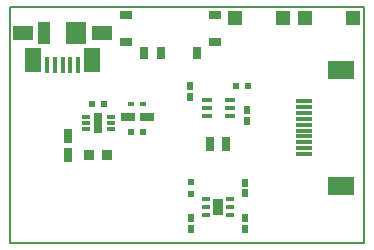
<source format=gtp>
G04*
G04 #@! TF.GenerationSoftware,Altium Limited,Altium Designer,20.0.1 (14)*
G04*
G04 Layer_Color=8421504*
%FSLAX24Y24*%
%MOIN*%
G70*
G01*
G75*
%ADD15C,0.0060*%
%ADD16R,0.0500X0.0472*%
%ADD17R,0.0866X0.0630*%
%ADD18R,0.0551X0.0118*%
%ADD19R,0.0244X0.0256*%
%ADD20R,0.0197X0.0187*%
%ADD21R,0.0315X0.0118*%
%ADD22R,0.0335X0.0571*%
%ADD23R,0.0252X0.0500*%
%ADD24R,0.0335X0.0138*%
%ADD25R,0.0187X0.0197*%
%ADD26R,0.0394X0.0315*%
%ADD27R,0.0276X0.0394*%
%ADD28R,0.0650X0.0512*%
%ADD29R,0.0394X0.0748*%
%ADD30R,0.0709X0.0748*%
%ADD31R,0.0561X0.0827*%
%ADD32R,0.0177X0.0543*%
%ADD33R,0.0201X0.0126*%
%ADD34R,0.0453X0.0256*%
%ADD35R,0.0374X0.0374*%
%ADD36R,0.0256X0.0453*%
%ADD37R,0.0276X0.0118*%
%ADD38R,0.0256X0.0650*%
D15*
X0Y7874D02*
X11811D01*
Y0D02*
Y7874D01*
X0Y0D02*
X11811D01*
X0D02*
Y7874D01*
D16*
X11447Y7515D02*
D03*
X9853D02*
D03*
X9097D02*
D03*
X7503D02*
D03*
D17*
X11047Y5779D02*
D03*
Y1921D02*
D03*
D18*
X9807Y4736D02*
D03*
Y4539D02*
D03*
Y4342D02*
D03*
Y4145D02*
D03*
Y3948D02*
D03*
Y3752D02*
D03*
Y3555D02*
D03*
Y3358D02*
D03*
Y3161D02*
D03*
Y2964D02*
D03*
D19*
X7850Y477D02*
D03*
Y823D02*
D03*
X6050Y477D02*
D03*
Y823D02*
D03*
X7850Y2017D02*
D03*
Y1671D02*
D03*
X7900Y4077D02*
D03*
Y4423D02*
D03*
X6000Y5223D02*
D03*
Y4877D02*
D03*
D20*
X6050Y2052D02*
D03*
Y1648D02*
D03*
D21*
X6556Y1456D02*
D03*
Y1200D02*
D03*
Y944D02*
D03*
X7344D02*
D03*
Y1200D02*
D03*
Y1456D02*
D03*
D22*
X6950Y1200D02*
D03*
D23*
X6686Y3300D02*
D03*
X7214D02*
D03*
D24*
X6576Y4756D02*
D03*
Y4500D02*
D03*
Y4244D02*
D03*
X7324D02*
D03*
Y4500D02*
D03*
Y4756D02*
D03*
D25*
X7952Y5250D02*
D03*
X7548D02*
D03*
X4048Y3700D02*
D03*
X4452D02*
D03*
X2748Y4650D02*
D03*
X3152D02*
D03*
D26*
X6826Y7603D02*
D03*
X3874D02*
D03*
Y6697D02*
D03*
X6826D02*
D03*
D27*
X4464Y6343D02*
D03*
X5055D02*
D03*
X6236D02*
D03*
D28*
X432Y7000D02*
D03*
X3089D02*
D03*
D29*
X1150D02*
D03*
D30*
X2213D02*
D03*
D31*
X2739Y6094D02*
D03*
X781D02*
D03*
D32*
X1248Y5953D02*
D03*
X1504D02*
D03*
X1760D02*
D03*
X2016D02*
D03*
X2272D02*
D03*
D33*
X4053Y4650D02*
D03*
X4447D02*
D03*
D34*
X4565Y4200D02*
D03*
X3935D02*
D03*
D35*
X2655Y2950D02*
D03*
X3245D02*
D03*
D36*
X1950Y2935D02*
D03*
Y3565D02*
D03*
D37*
X2537Y4197D02*
D03*
Y4000D02*
D03*
Y3803D02*
D03*
X3363D02*
D03*
Y4000D02*
D03*
Y4197D02*
D03*
D38*
X2950Y4000D02*
D03*
M02*

</source>
